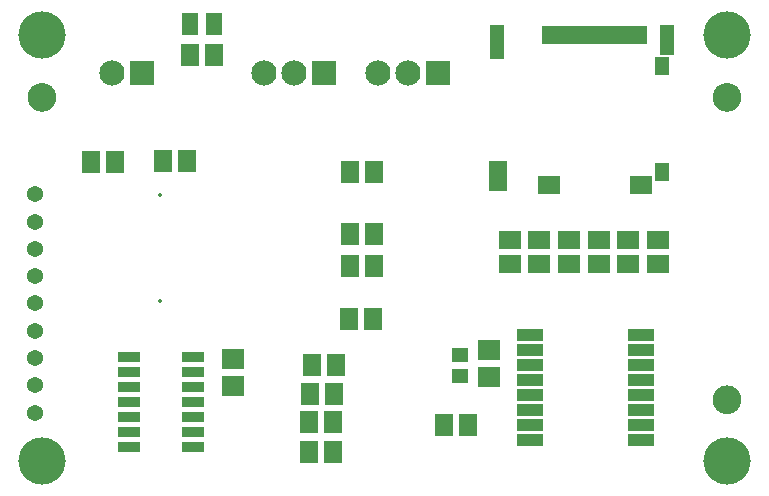
<source format=gts>
G04*
G04 #@! TF.GenerationSoftware,Altium Limited,Altium Designer,18.1.7 (191)*
G04*
G04 Layer_Color=8388736*
%FSLAX25Y25*%
%MOIN*%
G70*
G01*
G75*
%ADD12C,0.01000*%
%ADD36R,0.04550X0.06282*%
%ADD37R,0.04550X0.06124*%
%ADD38R,0.05928X0.10061*%
%ADD39R,0.07306X0.05928*%
%ADD40R,0.05140X0.10061*%
%ADD41R,0.05140X0.11243*%
%ADD42R,0.08979X0.04156*%
%ADD43R,0.07306X0.03565*%
%ADD44R,0.07306X0.06518*%
%ADD45R,0.05337X0.04943*%
%ADD46R,0.05400X0.07400*%
%ADD47R,0.06124X0.07400*%
%ADD48R,0.07400X0.06124*%
%ADD49C,0.04600*%
%ADD50C,0.05400*%
%ADD51C,0.01400*%
%ADD52C,0.08400*%
%ADD53R,0.08400X0.08400*%
%ADD54R,0.08400X0.08400*%
%ADD55C,0.15748*%
G36*
X7727Y132628D02*
X10827Y131428D01*
X14027Y132628D01*
X15127Y135728D01*
X14027Y138628D01*
X10827Y140028D01*
X7727Y138828D01*
X6527Y135728D01*
X7727Y132628D01*
D02*
G37*
G36*
X236073Y31828D02*
X239173Y30628D01*
X242373Y31828D01*
X243473Y34928D01*
X242373Y37828D01*
X239173Y39228D01*
X236073Y38028D01*
X234873Y34928D01*
X236073Y31828D01*
D02*
G37*
G36*
Y132628D02*
X239173Y131428D01*
X242373Y132628D01*
X243473Y135728D01*
X242373Y138628D01*
X239173Y140028D01*
X236073Y138828D01*
X234873Y135728D01*
X236073Y132628D01*
D02*
G37*
D12*
X15128Y135728D02*
G03*
X15128Y135728I-4301J0D01*
G01*
X243474D02*
G03*
X243474Y135728I-4301J0D01*
G01*
Y34928D02*
G03*
X243474Y34928I-4301J0D01*
G01*
D36*
X217677Y146250D02*
D03*
X197047Y156604D02*
D03*
X201378D02*
D03*
X205709D02*
D03*
X210039D02*
D03*
X192717D02*
D03*
X188386D02*
D03*
X184055D02*
D03*
X179724D02*
D03*
D37*
X217677Y110817D02*
D03*
D38*
X163012Y109518D02*
D03*
D39*
X210591Y106388D02*
D03*
X179961D02*
D03*
D40*
X219272Y154715D02*
D03*
D41*
X162618Y154124D02*
D03*
D42*
X210579Y56476D02*
D03*
Y51476D02*
D03*
Y46476D02*
D03*
Y41476D02*
D03*
Y36476D02*
D03*
Y31476D02*
D03*
Y26476D02*
D03*
Y21476D02*
D03*
X173476D02*
D03*
Y26476D02*
D03*
Y31476D02*
D03*
Y36476D02*
D03*
Y41476D02*
D03*
Y46476D02*
D03*
Y51476D02*
D03*
Y56476D02*
D03*
D43*
X61221Y19055D02*
D03*
Y24055D02*
D03*
Y29055D02*
D03*
Y34055D02*
D03*
Y39055D02*
D03*
Y44055D02*
D03*
Y49055D02*
D03*
X39961Y19055D02*
D03*
Y24055D02*
D03*
Y29055D02*
D03*
Y34055D02*
D03*
Y39055D02*
D03*
Y44055D02*
D03*
Y49055D02*
D03*
D44*
X159744Y51547D02*
D03*
Y42547D02*
D03*
X74606Y39595D02*
D03*
Y48594D02*
D03*
D45*
X150098Y49976D02*
D03*
Y42976D02*
D03*
D46*
X68138Y160335D02*
D03*
X60138D02*
D03*
D47*
X68272Y150000D02*
D03*
X60272D02*
D03*
X121421Y110827D02*
D03*
X113421D02*
D03*
Y90108D02*
D03*
X121421D02*
D03*
X121224Y61909D02*
D03*
X113224D02*
D03*
X113421Y79651D02*
D03*
X121421D02*
D03*
X108134Y37008D02*
D03*
X100134D02*
D03*
X100724Y46654D02*
D03*
X108724D02*
D03*
X107937Y27362D02*
D03*
X99937D02*
D03*
Y17618D02*
D03*
X107937D02*
D03*
X35100Y114202D02*
D03*
X27100D02*
D03*
X152917Y26476D02*
D03*
X144917D02*
D03*
X51315Y114567D02*
D03*
X59315D02*
D03*
D48*
X216142Y88055D02*
D03*
Y80055D02*
D03*
X206260D02*
D03*
Y88055D02*
D03*
X196378D02*
D03*
Y80055D02*
D03*
X186496D02*
D03*
Y88055D02*
D03*
X176614D02*
D03*
Y80055D02*
D03*
X166732D02*
D03*
Y88055D02*
D03*
D49*
X10827Y135728D02*
D03*
X239173D02*
D03*
Y34928D02*
D03*
D50*
X8661Y103445D02*
D03*
Y85236D02*
D03*
Y67027D02*
D03*
Y76132D02*
D03*
Y48819D02*
D03*
Y94340D02*
D03*
Y57923D02*
D03*
Y39715D02*
D03*
Y30610D02*
D03*
D51*
X50197Y103248D02*
D03*
Y67815D02*
D03*
D52*
X84784Y143996D02*
D03*
X94784D02*
D03*
X132776D02*
D03*
X122776D02*
D03*
X34075D02*
D03*
D53*
X104783D02*
D03*
X142776D02*
D03*
D54*
X44075D02*
D03*
D55*
X10827Y156398D02*
D03*
Y14665D02*
D03*
X239173D02*
D03*
Y156398D02*
D03*
M02*

</source>
